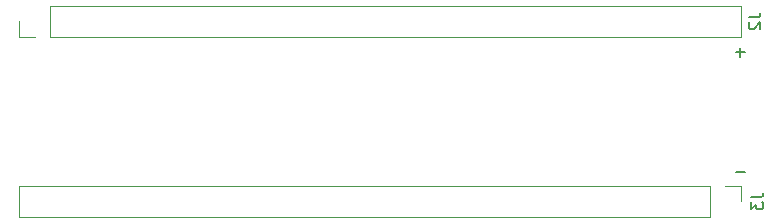
<source format=gbo>
G04 #@! TF.GenerationSoftware,KiCad,Pcbnew,(5.1.2-1)-1*
G04 #@! TF.CreationDate,2019-05-07T23:35:07-07:00*
G04 #@! TF.ProjectId,control_board,636f6e74-726f-46c5-9f62-6f6172642e6b,rev?*
G04 #@! TF.SameCoordinates,Original*
G04 #@! TF.FileFunction,Legend,Bot*
G04 #@! TF.FilePolarity,Positive*
%FSLAX46Y46*%
G04 Gerber Fmt 4.6, Leading zero omitted, Abs format (unit mm)*
G04 Created by KiCad (PCBNEW (5.1.2-1)-1) date 2019-05-07 23:35:07*
%MOMM*%
%LPD*%
G04 APERTURE LIST*
%ADD10C,0.150000*%
%ADD11C,0.120000*%
G04 APERTURE END LIST*
D10*
X223900952Y-67381428D02*
X223139047Y-67381428D01*
X223900952Y-57221428D02*
X223139047Y-57221428D01*
X223520000Y-57602380D02*
X223520000Y-56840476D01*
D11*
X162500000Y-54610000D02*
X162500000Y-55940000D01*
X162500000Y-55940000D02*
X163830000Y-55940000D01*
X165100000Y-55940000D02*
X223580000Y-55940000D01*
X223580000Y-53280000D02*
X223580000Y-55940000D01*
X165100000Y-53280000D02*
X223580000Y-53280000D01*
X165100000Y-53280000D02*
X165100000Y-55940000D01*
X220980000Y-71180000D02*
X220980000Y-68520000D01*
X220980000Y-71180000D02*
X162500000Y-71180000D01*
X162500000Y-71180000D02*
X162500000Y-68520000D01*
X220980000Y-68520000D02*
X162500000Y-68520000D01*
X223580000Y-68520000D02*
X222250000Y-68520000D01*
X223580000Y-69850000D02*
X223580000Y-68520000D01*
D10*
X224242380Y-54276666D02*
X224956666Y-54276666D01*
X225099523Y-54229047D01*
X225194761Y-54133809D01*
X225242380Y-53990952D01*
X225242380Y-53895714D01*
X224337619Y-54705238D02*
X224290000Y-54752857D01*
X224242380Y-54848095D01*
X224242380Y-55086190D01*
X224290000Y-55181428D01*
X224337619Y-55229047D01*
X224432857Y-55276666D01*
X224528095Y-55276666D01*
X224670952Y-55229047D01*
X225242380Y-54657619D01*
X225242380Y-55276666D01*
X224472380Y-69516666D02*
X225186666Y-69516666D01*
X225329523Y-69469047D01*
X225424761Y-69373809D01*
X225472380Y-69230952D01*
X225472380Y-69135714D01*
X224472380Y-69897619D02*
X224472380Y-70516666D01*
X224853333Y-70183333D01*
X224853333Y-70326190D01*
X224900952Y-70421428D01*
X224948571Y-70469047D01*
X225043809Y-70516666D01*
X225281904Y-70516666D01*
X225377142Y-70469047D01*
X225424761Y-70421428D01*
X225472380Y-70326190D01*
X225472380Y-70040476D01*
X225424761Y-69945238D01*
X225377142Y-69897619D01*
M02*

</source>
